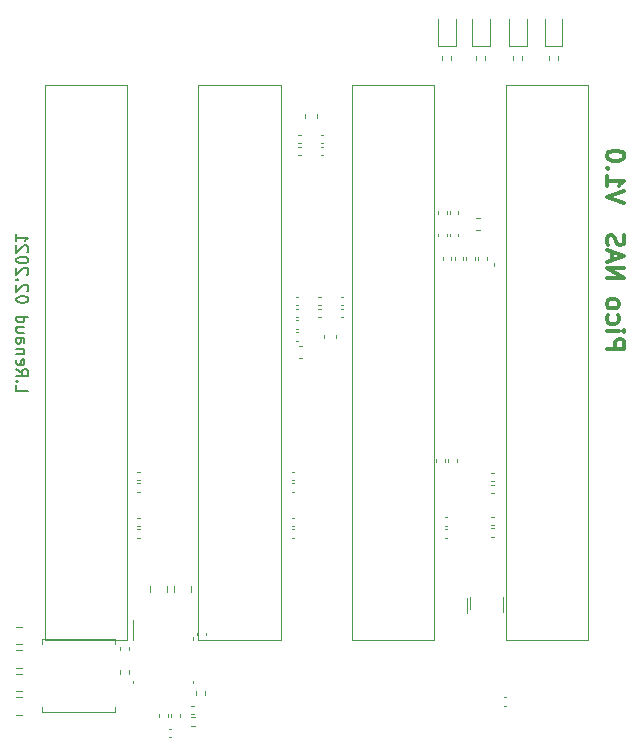
<source format=gbr>
%TF.GenerationSoftware,KiCad,Pcbnew,(5.99.0-8910-g624a231cc0)*%
%TF.CreationDate,2021-03-02T10:35:16+01:00*%
%TF.ProjectId,MainBoard,4d61696e-426f-4617-9264-2e6b69636164,rev?*%
%TF.SameCoordinates,PXa344e00PY7102aa0*%
%TF.FileFunction,Legend,Bot*%
%TF.FilePolarity,Positive*%
%FSLAX46Y46*%
G04 Gerber Fmt 4.6, Leading zero omitted, Abs format (unit mm)*
G04 Created by KiCad (PCBNEW (5.99.0-8910-g624a231cc0)) date 2021-03-02 10:35:16*
%MOMM*%
%LPD*%
G01*
G04 APERTURE LIST*
%ADD10C,0.150000*%
%ADD11C,0.300000*%
%ADD12C,0.120000*%
G04 APERTURE END LIST*
D10*
X1847619Y37757143D02*
X1847619Y37280953D01*
X2847619Y37280953D01*
X1942857Y38090477D02*
X1895238Y38138096D01*
X1847619Y38090477D01*
X1895238Y38042858D01*
X1942857Y38090477D01*
X1847619Y38090477D01*
X1847619Y39138096D02*
X2323809Y38804762D01*
X1847619Y38566667D02*
X2847619Y38566667D01*
X2847619Y38947620D01*
X2800000Y39042858D01*
X2752380Y39090477D01*
X2657142Y39138096D01*
X2514285Y39138096D01*
X2419047Y39090477D01*
X2371428Y39042858D01*
X2323809Y38947620D01*
X2323809Y38566667D01*
X1895238Y39947620D02*
X1847619Y39852381D01*
X1847619Y39661905D01*
X1895238Y39566667D01*
X1990476Y39519048D01*
X2371428Y39519048D01*
X2466666Y39566667D01*
X2514285Y39661905D01*
X2514285Y39852381D01*
X2466666Y39947620D01*
X2371428Y39995239D01*
X2276190Y39995239D01*
X2180952Y39519048D01*
X2514285Y40423810D02*
X1847619Y40423810D01*
X2419047Y40423810D02*
X2466666Y40471429D01*
X2514285Y40566667D01*
X2514285Y40709524D01*
X2466666Y40804762D01*
X2371428Y40852381D01*
X1847619Y40852381D01*
X1847619Y41757143D02*
X2371428Y41757143D01*
X2466666Y41709524D01*
X2514285Y41614286D01*
X2514285Y41423810D01*
X2466666Y41328572D01*
X1895238Y41757143D02*
X1847619Y41661905D01*
X1847619Y41423810D01*
X1895238Y41328572D01*
X1990476Y41280953D01*
X2085714Y41280953D01*
X2180952Y41328572D01*
X2228571Y41423810D01*
X2228571Y41661905D01*
X2276190Y41757143D01*
X2514285Y42661905D02*
X1847619Y42661905D01*
X2514285Y42233334D02*
X1990476Y42233334D01*
X1895238Y42280953D01*
X1847619Y42376191D01*
X1847619Y42519048D01*
X1895238Y42614286D01*
X1942857Y42661905D01*
X1847619Y43566667D02*
X2847619Y43566667D01*
X1895238Y43566667D02*
X1847619Y43471429D01*
X1847619Y43280953D01*
X1895238Y43185715D01*
X1942857Y43138096D01*
X2038095Y43090477D01*
X2323809Y43090477D01*
X2419047Y43138096D01*
X2466666Y43185715D01*
X2514285Y43280953D01*
X2514285Y43471429D01*
X2466666Y43566667D01*
X2847619Y44995239D02*
X2847619Y45090477D01*
X2800000Y45185715D01*
X2752380Y45233334D01*
X2657142Y45280953D01*
X2466666Y45328572D01*
X2228571Y45328572D01*
X2038095Y45280953D01*
X1942857Y45233334D01*
X1895238Y45185715D01*
X1847619Y45090477D01*
X1847619Y44995239D01*
X1895238Y44900000D01*
X1942857Y44852381D01*
X2038095Y44804762D01*
X2228571Y44757143D01*
X2466666Y44757143D01*
X2657142Y44804762D01*
X2752380Y44852381D01*
X2800000Y44900000D01*
X2847619Y44995239D01*
X2752380Y45709524D02*
X2800000Y45757143D01*
X2847619Y45852381D01*
X2847619Y46090477D01*
X2800000Y46185715D01*
X2752380Y46233334D01*
X2657142Y46280953D01*
X2561904Y46280953D01*
X2419047Y46233334D01*
X1847619Y45661905D01*
X1847619Y46280953D01*
X1942857Y46709524D02*
X1895238Y46757143D01*
X1847619Y46709524D01*
X1895238Y46661905D01*
X1942857Y46709524D01*
X1847619Y46709524D01*
X2752380Y47138096D02*
X2800000Y47185715D01*
X2847619Y47280953D01*
X2847619Y47519048D01*
X2800000Y47614286D01*
X2752380Y47661905D01*
X2657142Y47709524D01*
X2561904Y47709524D01*
X2419047Y47661905D01*
X1847619Y47090477D01*
X1847619Y47709524D01*
X2847619Y48328572D02*
X2847619Y48423810D01*
X2800000Y48519048D01*
X2752380Y48566667D01*
X2657142Y48614286D01*
X2466666Y48661905D01*
X2228571Y48661905D01*
X2038095Y48614286D01*
X1942857Y48566667D01*
X1895238Y48519048D01*
X1847619Y48423810D01*
X1847619Y48328572D01*
X1895238Y48233334D01*
X1942857Y48185715D01*
X2038095Y48138096D01*
X2228571Y48090477D01*
X2466666Y48090477D01*
X2657142Y48138096D01*
X2752380Y48185715D01*
X2800000Y48233334D01*
X2847619Y48328572D01*
X2752380Y49042858D02*
X2800000Y49090477D01*
X2847619Y49185715D01*
X2847619Y49423810D01*
X2800000Y49519048D01*
X2752380Y49566667D01*
X2657142Y49614286D01*
X2561904Y49614286D01*
X2419047Y49566667D01*
X1847619Y48995239D01*
X1847619Y49614286D01*
X1847619Y50566667D02*
X1847619Y49995239D01*
X1847619Y50280953D02*
X2847619Y50280953D01*
X2704761Y50185715D01*
X2609523Y50090477D01*
X2561904Y49995239D01*
D11*
X51821428Y40842858D02*
X53321428Y40842858D01*
X53321428Y41414286D01*
X53250000Y41557143D01*
X53178571Y41628572D01*
X53035714Y41700000D01*
X52821428Y41700000D01*
X52678571Y41628572D01*
X52607142Y41557143D01*
X52535714Y41414286D01*
X52535714Y40842858D01*
X51821428Y42342858D02*
X52821428Y42342858D01*
X53321428Y42342858D02*
X53250000Y42271429D01*
X53178571Y42342858D01*
X53250000Y42414286D01*
X53321428Y42342858D01*
X53178571Y42342858D01*
X51892857Y43700000D02*
X51821428Y43557143D01*
X51821428Y43271429D01*
X51892857Y43128572D01*
X51964285Y43057143D01*
X52107142Y42985715D01*
X52535714Y42985715D01*
X52678571Y43057143D01*
X52750000Y43128572D01*
X52821428Y43271429D01*
X52821428Y43557143D01*
X52750000Y43700000D01*
X51821428Y44557143D02*
X51892857Y44414286D01*
X51964285Y44342858D01*
X52107142Y44271429D01*
X52535714Y44271429D01*
X52678571Y44342858D01*
X52750000Y44414286D01*
X52821428Y44557143D01*
X52821428Y44771429D01*
X52750000Y44914286D01*
X52678571Y44985715D01*
X52535714Y45057143D01*
X52107142Y45057143D01*
X51964285Y44985715D01*
X51892857Y44914286D01*
X51821428Y44771429D01*
X51821428Y44557143D01*
X51821428Y46842858D02*
X53321428Y46842858D01*
X51821428Y47700000D01*
X53321428Y47700000D01*
X52250000Y48342858D02*
X52250000Y49057143D01*
X51821428Y48200000D02*
X53321428Y48700000D01*
X51821428Y49200000D01*
X51892857Y49628572D02*
X51821428Y49842858D01*
X51821428Y50200000D01*
X51892857Y50342858D01*
X51964285Y50414286D01*
X52107142Y50485715D01*
X52250000Y50485715D01*
X52392857Y50414286D01*
X52464285Y50342858D01*
X52535714Y50200000D01*
X52607142Y49914286D01*
X52678571Y49771429D01*
X52750000Y49700000D01*
X52892857Y49628572D01*
X53035714Y49628572D01*
X53178571Y49700000D01*
X53250000Y49771429D01*
X53321428Y49914286D01*
X53321428Y50271429D01*
X53250000Y50485715D01*
X53321428Y53200000D02*
X51821428Y53700000D01*
X53321428Y54200000D01*
X51821428Y55485715D02*
X51821428Y54628572D01*
X51821428Y55057143D02*
X53321428Y55057143D01*
X53107142Y54914286D01*
X52964285Y54771429D01*
X52892857Y54628572D01*
X51964285Y56128572D02*
X51892857Y56200000D01*
X51821428Y56128572D01*
X51892857Y56057143D01*
X51964285Y56128572D01*
X51821428Y56128572D01*
X53321428Y57128572D02*
X53321428Y57271429D01*
X53250000Y57414286D01*
X53178571Y57485715D01*
X53035714Y57557143D01*
X52750000Y57628572D01*
X52392857Y57628572D01*
X52107142Y57557143D01*
X51964285Y57485715D01*
X51892857Y57414286D01*
X51821428Y57271429D01*
X51821428Y57128572D01*
X51892857Y56985715D01*
X51964285Y56914286D01*
X52107142Y56842858D01*
X52392857Y56771429D01*
X52750000Y56771429D01*
X53035714Y56842858D01*
X53178571Y56914286D01*
X53250000Y56985715D01*
X53321428Y57128572D01*
D12*
%TO.C,R8*%
X37920000Y65653641D02*
X37920000Y65346359D01*
X38680000Y65653641D02*
X38680000Y65346359D01*
%TO.C,FB3*%
X42290000Y47837221D02*
X42290000Y48162779D01*
X43310000Y47837221D02*
X43310000Y48162779D01*
%TO.C,FB2*%
X41062779Y50890000D02*
X40737221Y50890000D01*
X41062779Y51910000D02*
X40737221Y51910000D01*
%TO.C,U1*%
X43070000Y19840000D02*
X43070000Y18540000D01*
X40270000Y19840000D02*
X40270000Y18840000D01*
%TO.C,C41*%
X25907836Y57960000D02*
X25692164Y57960000D01*
X25907836Y57240000D02*
X25692164Y57240000D01*
%TO.C,J2*%
X43255000Y16235000D02*
X50240000Y16235000D01*
X50240000Y16235000D02*
X50240000Y63225000D01*
X43255000Y63225000D02*
X43255000Y16235000D01*
X50240000Y63225000D02*
X43255000Y63225000D01*
%TO.C,C1*%
X43327836Y10640000D02*
X43112164Y10640000D01*
X43327836Y11360000D02*
X43112164Y11360000D01*
%TO.C,R6*%
X43920000Y65653641D02*
X43920000Y65346359D01*
X44680000Y65653641D02*
X44680000Y65346359D01*
%TO.C,C75*%
X14605000Y20761252D02*
X14605000Y20238748D01*
X13135000Y20761252D02*
X13135000Y20238748D01*
%TO.C,C76*%
X1808748Y11865000D02*
X2331252Y11865000D01*
X1808748Y13335000D02*
X2331252Y13335000D01*
%TO.C,C18*%
X42277836Y29660000D02*
X42062164Y29660000D01*
X42277836Y30380000D02*
X42062164Y30380000D01*
%TO.C,C17*%
X12062164Y29460000D02*
X12277836Y29460000D01*
X12062164Y28740000D02*
X12277836Y28740000D01*
%TO.C,C10*%
X12062164Y25840000D02*
X12277836Y25840000D01*
X12062164Y26560000D02*
X12277836Y26560000D01*
%TO.C,R21*%
X15680000Y9646359D02*
X15680000Y9953641D01*
X14920000Y9646359D02*
X14920000Y9953641D01*
%TO.C,C56*%
X27607836Y45260000D02*
X27392164Y45260000D01*
X27607836Y44540000D02*
X27392164Y44540000D01*
%TO.C,C16*%
X25162164Y28740000D02*
X25377836Y28740000D01*
X25162164Y29460000D02*
X25377836Y29460000D01*
%TO.C,C80*%
X16877836Y10640000D02*
X16662164Y10640000D01*
X16877836Y9920000D02*
X16662164Y9920000D01*
%TO.C,C20*%
X25162164Y29720000D02*
X25377836Y29720000D01*
X25162164Y30440000D02*
X25377836Y30440000D01*
%TO.C,FB6*%
X28910000Y41737221D02*
X28910000Y42062779D01*
X27890000Y41737221D02*
X27890000Y42062779D01*
%TO.C,C8*%
X38120164Y26594000D02*
X38335836Y26594000D01*
X38120164Y25874000D02*
X38335836Y25874000D01*
%TO.C,D1*%
X48035000Y68800000D02*
X48035000Y66515000D01*
X48035000Y66515000D02*
X46565000Y66515000D01*
X46565000Y66515000D02*
X46565000Y68800000D01*
%TO.C,D2*%
X43565000Y66515000D02*
X43565000Y68800000D01*
X45035000Y66515000D02*
X43565000Y66515000D01*
X45035000Y68800000D02*
X45035000Y66515000D01*
%TO.C,C21*%
X12062164Y29720000D02*
X12277836Y29720000D01*
X12062164Y30440000D02*
X12277836Y30440000D01*
%TO.C,C5*%
X25162164Y25560000D02*
X25377836Y25560000D01*
X25162164Y24840000D02*
X25377836Y24840000D01*
%TO.C,C77*%
X14724164Y7966000D02*
X14939836Y7966000D01*
X14724164Y8686000D02*
X14939836Y8686000D01*
%TO.C,R22*%
X16923641Y9660000D02*
X16616359Y9660000D01*
X16923641Y8900000D02*
X16616359Y8900000D01*
%TO.C,C48*%
X25492164Y43260000D02*
X25707836Y43260000D01*
X25492164Y42540000D02*
X25707836Y42540000D01*
%TO.C,R5*%
X47680000Y65653641D02*
X47680000Y65346359D01*
X46920000Y65653641D02*
X46920000Y65346359D01*
%TO.C,C74*%
X14660000Y9692164D02*
X14660000Y9907836D01*
X13940000Y9692164D02*
X13940000Y9907836D01*
%TO.C,FB7*%
X26062779Y41110000D02*
X25737221Y41110000D01*
X26062779Y40090000D02*
X25737221Y40090000D01*
%TO.C,R23*%
X17060000Y11863641D02*
X17060000Y11556359D01*
X17820000Y11863641D02*
X17820000Y11556359D01*
%TO.C,C4*%
X38100164Y24858000D02*
X38315836Y24858000D01*
X38100164Y25578000D02*
X38315836Y25578000D01*
%TO.C,FB5*%
X26290000Y60762779D02*
X26290000Y60437221D01*
X27310000Y60762779D02*
X27310000Y60437221D01*
%TO.C,C66*%
X10640000Y15587836D02*
X10640000Y15372164D01*
X11360000Y15587836D02*
X11360000Y15372164D01*
%TO.C,R20*%
X10620000Y13633641D02*
X10620000Y13326359D01*
X11380000Y13633641D02*
X11380000Y13326359D01*
%TO.C,C59*%
X25492164Y41540000D02*
X25707836Y41540000D01*
X25492164Y42260000D02*
X25707836Y42260000D01*
%TO.C,L1*%
X10200000Y16300000D02*
X10200000Y15850000D01*
X10200000Y10100000D02*
X10200000Y10550000D01*
X4000000Y16300000D02*
X4000000Y15850000D01*
X10200000Y16300000D02*
X4000000Y16300000D01*
X4000000Y10100000D02*
X10200000Y10100000D01*
X4000000Y10100000D02*
X4000000Y10550000D01*
%TO.C,C6*%
X12062164Y24840000D02*
X12277836Y24840000D01*
X12062164Y25560000D02*
X12277836Y25560000D01*
%TO.C,C34*%
X39940000Y48607836D02*
X39940000Y48392164D01*
X40660000Y48607836D02*
X40660000Y48392164D01*
%TO.C,C39*%
X41660000Y48607836D02*
X41660000Y48392164D01*
X40940000Y48607836D02*
X40940000Y48392164D01*
%TO.C,C38*%
X38540000Y50607836D02*
X38540000Y50392164D01*
X39260000Y50607836D02*
X39260000Y50392164D01*
%TO.C,D3*%
X41905000Y68800000D02*
X41905000Y66515000D01*
X41905000Y66515000D02*
X40435000Y66515000D01*
X40435000Y66515000D02*
X40435000Y68800000D01*
%TO.C,C71*%
X1808748Y15335000D02*
X2331252Y15335000D01*
X1808748Y13865000D02*
X2331252Y13865000D01*
%TO.C,D4*%
X37565000Y66515000D02*
X37565000Y68800000D01*
X39035000Y66515000D02*
X37565000Y66515000D01*
X39035000Y68800000D02*
X39035000Y66515000D01*
%TO.C,C9*%
X25162164Y26540000D02*
X25377836Y26540000D01*
X25162164Y25820000D02*
X25377836Y25820000D01*
%TO.C,C57*%
X25492164Y43540000D02*
X25707836Y43540000D01*
X25492164Y44260000D02*
X25707836Y44260000D01*
%TO.C,C14*%
X42277836Y29360000D02*
X42062164Y29360000D01*
X42277836Y28640000D02*
X42062164Y28640000D01*
%TO.C,J3*%
X37240000Y63215000D02*
X30255000Y63215000D01*
X30255000Y16225000D02*
X37240000Y16225000D01*
X37240000Y16225000D02*
X37240000Y63215000D01*
X30255000Y63215000D02*
X30255000Y16225000D01*
%TO.C,U2*%
X37220000Y19800000D02*
X37220000Y18800000D01*
X40020000Y19800000D02*
X40020000Y18500000D01*
%TO.C,C47*%
X29292164Y45260000D02*
X29507836Y45260000D01*
X29292164Y44540000D02*
X29507836Y44540000D01*
%TO.C,C19*%
X37410000Y31292164D02*
X37410000Y31507836D01*
X38130000Y31292164D02*
X38130000Y31507836D01*
%TO.C,C31*%
X27592164Y58240000D02*
X27807836Y58240000D01*
X27592164Y58960000D02*
X27807836Y58960000D01*
%TO.C,C29*%
X37940000Y48607836D02*
X37940000Y48392164D01*
X38660000Y48607836D02*
X38660000Y48392164D01*
%TO.C,C7*%
X42277836Y26640000D02*
X42062164Y26640000D01*
X42277836Y25920000D02*
X42062164Y25920000D01*
%TO.C,C58*%
X27607836Y44260000D02*
X27392164Y44260000D01*
X27607836Y43540000D02*
X27392164Y43540000D01*
%TO.C,U7*%
X11690000Y16190584D02*
X11690000Y17930000D01*
X11690000Y12769416D02*
X11690000Y12530000D01*
X16810000Y16190584D02*
X16810000Y16430000D01*
X16810000Y12769416D02*
X16810000Y12530000D01*
%TO.C,C28*%
X37540000Y52292164D02*
X37540000Y52507836D01*
X38260000Y52292164D02*
X38260000Y52507836D01*
%TO.C,C70*%
X16635000Y20761252D02*
X16635000Y20238748D01*
X15165000Y20761252D02*
X15165000Y20238748D01*
%TO.C,C68*%
X1808748Y17335000D02*
X2331252Y17335000D01*
X1808748Y15865000D02*
X2331252Y15865000D01*
%TO.C,J4*%
X17255000Y16235000D02*
X24240000Y16235000D01*
X24240000Y63225000D02*
X17255000Y63225000D01*
X24240000Y16235000D02*
X24240000Y63225000D01*
X17255000Y63225000D02*
X17255000Y16235000D01*
%TO.C,C15*%
X39130000Y31292164D02*
X39130000Y31507836D01*
X38410000Y31292164D02*
X38410000Y31507836D01*
%TO.C,C26*%
X27592164Y57960000D02*
X27807836Y57960000D01*
X27592164Y57240000D02*
X27807836Y57240000D01*
%TO.C,C52*%
X29292164Y43540000D02*
X29507836Y43540000D01*
X29292164Y44260000D02*
X29507836Y44260000D01*
%TO.C,C3*%
X42277836Y25660000D02*
X42062164Y25660000D01*
X42277836Y24940000D02*
X42062164Y24940000D01*
%TO.C,C53*%
X25492164Y44540000D02*
X25707836Y44540000D01*
X25492164Y45260000D02*
X25707836Y45260000D01*
%TO.C,R7*%
X41550000Y65653641D02*
X41550000Y65346359D01*
X40790000Y65653641D02*
X40790000Y65346359D01*
%TO.C,C69*%
X17140000Y16622164D02*
X17140000Y16837836D01*
X17860000Y16622164D02*
X17860000Y16837836D01*
%TO.C,C36*%
X25907836Y58960000D02*
X25692164Y58960000D01*
X25907836Y58240000D02*
X25692164Y58240000D01*
%TO.C,C33*%
X38260000Y50607836D02*
X38260000Y50392164D01*
X37540000Y50607836D02*
X37540000Y50392164D01*
%TO.C,C73*%
X1808748Y11335000D02*
X2331252Y11335000D01*
X1808748Y9865000D02*
X2331252Y9865000D01*
%TO.C,J5*%
X4245000Y16235000D02*
X11230000Y16235000D01*
X11230000Y16235000D02*
X11230000Y63225000D01*
X4245000Y63225000D02*
X4245000Y16235000D01*
X11230000Y63225000D02*
X4245000Y63225000D01*
%TO.C,C24*%
X38940000Y48607836D02*
X38940000Y48392164D01*
X39660000Y48607836D02*
X39660000Y48392164D01*
%TO.C,C23*%
X38540000Y52292164D02*
X38540000Y52507836D01*
X39260000Y52292164D02*
X39260000Y52507836D01*
%TD*%
M02*

</source>
